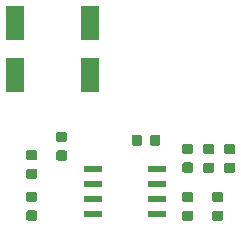
<source format=gbr>
G04 #@! TF.GenerationSoftware,KiCad,Pcbnew,5.0.0*
G04 #@! TF.CreationDate,2018-09-26T09:14:00+02:00*
G04 #@! TF.ProjectId,active_filter,6163746976655F66696C7465722E6B69,rev?*
G04 #@! TF.SameCoordinates,Original*
G04 #@! TF.FileFunction,Paste,Top*
G04 #@! TF.FilePolarity,Positive*
%FSLAX46Y46*%
G04 Gerber Fmt 4.6, Leading zero omitted, Abs format (unit mm)*
G04 Created by KiCad (PCBNEW 5.0.0) date Wed Sep 26 09:14:00 2018*
%MOMM*%
%LPD*%
G01*
G04 APERTURE LIST*
%ADD10R,1.600000X3.000000*%
%ADD11C,0.100000*%
%ADD12C,0.875000*%
%ADD13R,1.550000X0.600000*%
G04 APERTURE END LIST*
D10*
G04 #@! TO.C,C12*
X30861000Y-39919000D03*
X30861000Y-35519000D03*
G04 #@! TD*
G04 #@! TO.C,C10*
X24511000Y-39960000D03*
X24511000Y-35560000D03*
G04 #@! TD*
D11*
G04 #@! TO.C,C13*
G36*
X28725691Y-46325053D02*
X28746926Y-46328203D01*
X28767750Y-46333419D01*
X28787962Y-46340651D01*
X28807368Y-46349830D01*
X28825781Y-46360866D01*
X28843024Y-46373654D01*
X28858930Y-46388070D01*
X28873346Y-46403976D01*
X28886134Y-46421219D01*
X28897170Y-46439632D01*
X28906349Y-46459038D01*
X28913581Y-46479250D01*
X28918797Y-46500074D01*
X28921947Y-46521309D01*
X28923000Y-46542750D01*
X28923000Y-46980250D01*
X28921947Y-47001691D01*
X28918797Y-47022926D01*
X28913581Y-47043750D01*
X28906349Y-47063962D01*
X28897170Y-47083368D01*
X28886134Y-47101781D01*
X28873346Y-47119024D01*
X28858930Y-47134930D01*
X28843024Y-47149346D01*
X28825781Y-47162134D01*
X28807368Y-47173170D01*
X28787962Y-47182349D01*
X28767750Y-47189581D01*
X28746926Y-47194797D01*
X28725691Y-47197947D01*
X28704250Y-47199000D01*
X28191750Y-47199000D01*
X28170309Y-47197947D01*
X28149074Y-47194797D01*
X28128250Y-47189581D01*
X28108038Y-47182349D01*
X28088632Y-47173170D01*
X28070219Y-47162134D01*
X28052976Y-47149346D01*
X28037070Y-47134930D01*
X28022654Y-47119024D01*
X28009866Y-47101781D01*
X27998830Y-47083368D01*
X27989651Y-47063962D01*
X27982419Y-47043750D01*
X27977203Y-47022926D01*
X27974053Y-47001691D01*
X27973000Y-46980250D01*
X27973000Y-46542750D01*
X27974053Y-46521309D01*
X27977203Y-46500074D01*
X27982419Y-46479250D01*
X27989651Y-46459038D01*
X27998830Y-46439632D01*
X28009866Y-46421219D01*
X28022654Y-46403976D01*
X28037070Y-46388070D01*
X28052976Y-46373654D01*
X28070219Y-46360866D01*
X28088632Y-46349830D01*
X28108038Y-46340651D01*
X28128250Y-46333419D01*
X28149074Y-46328203D01*
X28170309Y-46325053D01*
X28191750Y-46324000D01*
X28704250Y-46324000D01*
X28725691Y-46325053D01*
X28725691Y-46325053D01*
G37*
D12*
X28448000Y-46761500D03*
D11*
G36*
X28725691Y-44750053D02*
X28746926Y-44753203D01*
X28767750Y-44758419D01*
X28787962Y-44765651D01*
X28807368Y-44774830D01*
X28825781Y-44785866D01*
X28843024Y-44798654D01*
X28858930Y-44813070D01*
X28873346Y-44828976D01*
X28886134Y-44846219D01*
X28897170Y-44864632D01*
X28906349Y-44884038D01*
X28913581Y-44904250D01*
X28918797Y-44925074D01*
X28921947Y-44946309D01*
X28923000Y-44967750D01*
X28923000Y-45405250D01*
X28921947Y-45426691D01*
X28918797Y-45447926D01*
X28913581Y-45468750D01*
X28906349Y-45488962D01*
X28897170Y-45508368D01*
X28886134Y-45526781D01*
X28873346Y-45544024D01*
X28858930Y-45559930D01*
X28843024Y-45574346D01*
X28825781Y-45587134D01*
X28807368Y-45598170D01*
X28787962Y-45607349D01*
X28767750Y-45614581D01*
X28746926Y-45619797D01*
X28725691Y-45622947D01*
X28704250Y-45624000D01*
X28191750Y-45624000D01*
X28170309Y-45622947D01*
X28149074Y-45619797D01*
X28128250Y-45614581D01*
X28108038Y-45607349D01*
X28088632Y-45598170D01*
X28070219Y-45587134D01*
X28052976Y-45574346D01*
X28037070Y-45559930D01*
X28022654Y-45544024D01*
X28009866Y-45526781D01*
X27998830Y-45508368D01*
X27989651Y-45488962D01*
X27982419Y-45468750D01*
X27977203Y-45447926D01*
X27974053Y-45426691D01*
X27973000Y-45405250D01*
X27973000Y-44967750D01*
X27974053Y-44946309D01*
X27977203Y-44925074D01*
X27982419Y-44904250D01*
X27989651Y-44884038D01*
X27998830Y-44864632D01*
X28009866Y-44846219D01*
X28022654Y-44828976D01*
X28037070Y-44813070D01*
X28052976Y-44798654D01*
X28070219Y-44785866D01*
X28088632Y-44774830D01*
X28108038Y-44765651D01*
X28128250Y-44758419D01*
X28149074Y-44753203D01*
X28170309Y-44750053D01*
X28191750Y-44749000D01*
X28704250Y-44749000D01*
X28725691Y-44750053D01*
X28725691Y-44750053D01*
G37*
D12*
X28448000Y-45186500D03*
G04 #@! TD*
D11*
G04 #@! TO.C,C11*
G36*
X35038191Y-44992053D02*
X35059426Y-44995203D01*
X35080250Y-45000419D01*
X35100462Y-45007651D01*
X35119868Y-45016830D01*
X35138281Y-45027866D01*
X35155524Y-45040654D01*
X35171430Y-45055070D01*
X35185846Y-45070976D01*
X35198634Y-45088219D01*
X35209670Y-45106632D01*
X35218849Y-45126038D01*
X35226081Y-45146250D01*
X35231297Y-45167074D01*
X35234447Y-45188309D01*
X35235500Y-45209750D01*
X35235500Y-45722250D01*
X35234447Y-45743691D01*
X35231297Y-45764926D01*
X35226081Y-45785750D01*
X35218849Y-45805962D01*
X35209670Y-45825368D01*
X35198634Y-45843781D01*
X35185846Y-45861024D01*
X35171430Y-45876930D01*
X35155524Y-45891346D01*
X35138281Y-45904134D01*
X35119868Y-45915170D01*
X35100462Y-45924349D01*
X35080250Y-45931581D01*
X35059426Y-45936797D01*
X35038191Y-45939947D01*
X35016750Y-45941000D01*
X34579250Y-45941000D01*
X34557809Y-45939947D01*
X34536574Y-45936797D01*
X34515750Y-45931581D01*
X34495538Y-45924349D01*
X34476132Y-45915170D01*
X34457719Y-45904134D01*
X34440476Y-45891346D01*
X34424570Y-45876930D01*
X34410154Y-45861024D01*
X34397366Y-45843781D01*
X34386330Y-45825368D01*
X34377151Y-45805962D01*
X34369919Y-45785750D01*
X34364703Y-45764926D01*
X34361553Y-45743691D01*
X34360500Y-45722250D01*
X34360500Y-45209750D01*
X34361553Y-45188309D01*
X34364703Y-45167074D01*
X34369919Y-45146250D01*
X34377151Y-45126038D01*
X34386330Y-45106632D01*
X34397366Y-45088219D01*
X34410154Y-45070976D01*
X34424570Y-45055070D01*
X34440476Y-45040654D01*
X34457719Y-45027866D01*
X34476132Y-45016830D01*
X34495538Y-45007651D01*
X34515750Y-45000419D01*
X34536574Y-44995203D01*
X34557809Y-44992053D01*
X34579250Y-44991000D01*
X35016750Y-44991000D01*
X35038191Y-44992053D01*
X35038191Y-44992053D01*
G37*
D12*
X34798000Y-45466000D03*
D11*
G36*
X36613191Y-44992053D02*
X36634426Y-44995203D01*
X36655250Y-45000419D01*
X36675462Y-45007651D01*
X36694868Y-45016830D01*
X36713281Y-45027866D01*
X36730524Y-45040654D01*
X36746430Y-45055070D01*
X36760846Y-45070976D01*
X36773634Y-45088219D01*
X36784670Y-45106632D01*
X36793849Y-45126038D01*
X36801081Y-45146250D01*
X36806297Y-45167074D01*
X36809447Y-45188309D01*
X36810500Y-45209750D01*
X36810500Y-45722250D01*
X36809447Y-45743691D01*
X36806297Y-45764926D01*
X36801081Y-45785750D01*
X36793849Y-45805962D01*
X36784670Y-45825368D01*
X36773634Y-45843781D01*
X36760846Y-45861024D01*
X36746430Y-45876930D01*
X36730524Y-45891346D01*
X36713281Y-45904134D01*
X36694868Y-45915170D01*
X36675462Y-45924349D01*
X36655250Y-45931581D01*
X36634426Y-45936797D01*
X36613191Y-45939947D01*
X36591750Y-45941000D01*
X36154250Y-45941000D01*
X36132809Y-45939947D01*
X36111574Y-45936797D01*
X36090750Y-45931581D01*
X36070538Y-45924349D01*
X36051132Y-45915170D01*
X36032719Y-45904134D01*
X36015476Y-45891346D01*
X35999570Y-45876930D01*
X35985154Y-45861024D01*
X35972366Y-45843781D01*
X35961330Y-45825368D01*
X35952151Y-45805962D01*
X35944919Y-45785750D01*
X35939703Y-45764926D01*
X35936553Y-45743691D01*
X35935500Y-45722250D01*
X35935500Y-45209750D01*
X35936553Y-45188309D01*
X35939703Y-45167074D01*
X35944919Y-45146250D01*
X35952151Y-45126038D01*
X35961330Y-45106632D01*
X35972366Y-45088219D01*
X35985154Y-45070976D01*
X35999570Y-45055070D01*
X36015476Y-45040654D01*
X36032719Y-45027866D01*
X36051132Y-45016830D01*
X36070538Y-45007651D01*
X36090750Y-45000419D01*
X36111574Y-44995203D01*
X36132809Y-44992053D01*
X36154250Y-44991000D01*
X36591750Y-44991000D01*
X36613191Y-44992053D01*
X36613191Y-44992053D01*
G37*
D12*
X36373000Y-45466000D03*
G04 #@! TD*
D11*
G04 #@! TO.C,C2*
G36*
X39393691Y-49855553D02*
X39414926Y-49858703D01*
X39435750Y-49863919D01*
X39455962Y-49871151D01*
X39475368Y-49880330D01*
X39493781Y-49891366D01*
X39511024Y-49904154D01*
X39526930Y-49918570D01*
X39541346Y-49934476D01*
X39554134Y-49951719D01*
X39565170Y-49970132D01*
X39574349Y-49989538D01*
X39581581Y-50009750D01*
X39586797Y-50030574D01*
X39589947Y-50051809D01*
X39591000Y-50073250D01*
X39591000Y-50510750D01*
X39589947Y-50532191D01*
X39586797Y-50553426D01*
X39581581Y-50574250D01*
X39574349Y-50594462D01*
X39565170Y-50613868D01*
X39554134Y-50632281D01*
X39541346Y-50649524D01*
X39526930Y-50665430D01*
X39511024Y-50679846D01*
X39493781Y-50692634D01*
X39475368Y-50703670D01*
X39455962Y-50712849D01*
X39435750Y-50720081D01*
X39414926Y-50725297D01*
X39393691Y-50728447D01*
X39372250Y-50729500D01*
X38859750Y-50729500D01*
X38838309Y-50728447D01*
X38817074Y-50725297D01*
X38796250Y-50720081D01*
X38776038Y-50712849D01*
X38756632Y-50703670D01*
X38738219Y-50692634D01*
X38720976Y-50679846D01*
X38705070Y-50665430D01*
X38690654Y-50649524D01*
X38677866Y-50632281D01*
X38666830Y-50613868D01*
X38657651Y-50594462D01*
X38650419Y-50574250D01*
X38645203Y-50553426D01*
X38642053Y-50532191D01*
X38641000Y-50510750D01*
X38641000Y-50073250D01*
X38642053Y-50051809D01*
X38645203Y-50030574D01*
X38650419Y-50009750D01*
X38657651Y-49989538D01*
X38666830Y-49970132D01*
X38677866Y-49951719D01*
X38690654Y-49934476D01*
X38705070Y-49918570D01*
X38720976Y-49904154D01*
X38738219Y-49891366D01*
X38756632Y-49880330D01*
X38776038Y-49871151D01*
X38796250Y-49863919D01*
X38817074Y-49858703D01*
X38838309Y-49855553D01*
X38859750Y-49854500D01*
X39372250Y-49854500D01*
X39393691Y-49855553D01*
X39393691Y-49855553D01*
G37*
D12*
X39116000Y-50292000D03*
D11*
G36*
X39393691Y-51430553D02*
X39414926Y-51433703D01*
X39435750Y-51438919D01*
X39455962Y-51446151D01*
X39475368Y-51455330D01*
X39493781Y-51466366D01*
X39511024Y-51479154D01*
X39526930Y-51493570D01*
X39541346Y-51509476D01*
X39554134Y-51526719D01*
X39565170Y-51545132D01*
X39574349Y-51564538D01*
X39581581Y-51584750D01*
X39586797Y-51605574D01*
X39589947Y-51626809D01*
X39591000Y-51648250D01*
X39591000Y-52085750D01*
X39589947Y-52107191D01*
X39586797Y-52128426D01*
X39581581Y-52149250D01*
X39574349Y-52169462D01*
X39565170Y-52188868D01*
X39554134Y-52207281D01*
X39541346Y-52224524D01*
X39526930Y-52240430D01*
X39511024Y-52254846D01*
X39493781Y-52267634D01*
X39475368Y-52278670D01*
X39455962Y-52287849D01*
X39435750Y-52295081D01*
X39414926Y-52300297D01*
X39393691Y-52303447D01*
X39372250Y-52304500D01*
X38859750Y-52304500D01*
X38838309Y-52303447D01*
X38817074Y-52300297D01*
X38796250Y-52295081D01*
X38776038Y-52287849D01*
X38756632Y-52278670D01*
X38738219Y-52267634D01*
X38720976Y-52254846D01*
X38705070Y-52240430D01*
X38690654Y-52224524D01*
X38677866Y-52207281D01*
X38666830Y-52188868D01*
X38657651Y-52169462D01*
X38650419Y-52149250D01*
X38645203Y-52128426D01*
X38642053Y-52107191D01*
X38641000Y-52085750D01*
X38641000Y-51648250D01*
X38642053Y-51626809D01*
X38645203Y-51605574D01*
X38650419Y-51584750D01*
X38657651Y-51564538D01*
X38666830Y-51545132D01*
X38677866Y-51526719D01*
X38690654Y-51509476D01*
X38705070Y-51493570D01*
X38720976Y-51479154D01*
X38738219Y-51466366D01*
X38756632Y-51455330D01*
X38776038Y-51446151D01*
X38796250Y-51438919D01*
X38817074Y-51433703D01*
X38838309Y-51430553D01*
X38859750Y-51429500D01*
X39372250Y-51429500D01*
X39393691Y-51430553D01*
X39393691Y-51430553D01*
G37*
D12*
X39116000Y-51867000D03*
G04 #@! TD*
D11*
G04 #@! TO.C,C1*
G36*
X39393691Y-45766053D02*
X39414926Y-45769203D01*
X39435750Y-45774419D01*
X39455962Y-45781651D01*
X39475368Y-45790830D01*
X39493781Y-45801866D01*
X39511024Y-45814654D01*
X39526930Y-45829070D01*
X39541346Y-45844976D01*
X39554134Y-45862219D01*
X39565170Y-45880632D01*
X39574349Y-45900038D01*
X39581581Y-45920250D01*
X39586797Y-45941074D01*
X39589947Y-45962309D01*
X39591000Y-45983750D01*
X39591000Y-46421250D01*
X39589947Y-46442691D01*
X39586797Y-46463926D01*
X39581581Y-46484750D01*
X39574349Y-46504962D01*
X39565170Y-46524368D01*
X39554134Y-46542781D01*
X39541346Y-46560024D01*
X39526930Y-46575930D01*
X39511024Y-46590346D01*
X39493781Y-46603134D01*
X39475368Y-46614170D01*
X39455962Y-46623349D01*
X39435750Y-46630581D01*
X39414926Y-46635797D01*
X39393691Y-46638947D01*
X39372250Y-46640000D01*
X38859750Y-46640000D01*
X38838309Y-46638947D01*
X38817074Y-46635797D01*
X38796250Y-46630581D01*
X38776038Y-46623349D01*
X38756632Y-46614170D01*
X38738219Y-46603134D01*
X38720976Y-46590346D01*
X38705070Y-46575930D01*
X38690654Y-46560024D01*
X38677866Y-46542781D01*
X38666830Y-46524368D01*
X38657651Y-46504962D01*
X38650419Y-46484750D01*
X38645203Y-46463926D01*
X38642053Y-46442691D01*
X38641000Y-46421250D01*
X38641000Y-45983750D01*
X38642053Y-45962309D01*
X38645203Y-45941074D01*
X38650419Y-45920250D01*
X38657651Y-45900038D01*
X38666830Y-45880632D01*
X38677866Y-45862219D01*
X38690654Y-45844976D01*
X38705070Y-45829070D01*
X38720976Y-45814654D01*
X38738219Y-45801866D01*
X38756632Y-45790830D01*
X38776038Y-45781651D01*
X38796250Y-45774419D01*
X38817074Y-45769203D01*
X38838309Y-45766053D01*
X38859750Y-45765000D01*
X39372250Y-45765000D01*
X39393691Y-45766053D01*
X39393691Y-45766053D01*
G37*
D12*
X39116000Y-46202500D03*
D11*
G36*
X39393691Y-47341053D02*
X39414926Y-47344203D01*
X39435750Y-47349419D01*
X39455962Y-47356651D01*
X39475368Y-47365830D01*
X39493781Y-47376866D01*
X39511024Y-47389654D01*
X39526930Y-47404070D01*
X39541346Y-47419976D01*
X39554134Y-47437219D01*
X39565170Y-47455632D01*
X39574349Y-47475038D01*
X39581581Y-47495250D01*
X39586797Y-47516074D01*
X39589947Y-47537309D01*
X39591000Y-47558750D01*
X39591000Y-47996250D01*
X39589947Y-48017691D01*
X39586797Y-48038926D01*
X39581581Y-48059750D01*
X39574349Y-48079962D01*
X39565170Y-48099368D01*
X39554134Y-48117781D01*
X39541346Y-48135024D01*
X39526930Y-48150930D01*
X39511024Y-48165346D01*
X39493781Y-48178134D01*
X39475368Y-48189170D01*
X39455962Y-48198349D01*
X39435750Y-48205581D01*
X39414926Y-48210797D01*
X39393691Y-48213947D01*
X39372250Y-48215000D01*
X38859750Y-48215000D01*
X38838309Y-48213947D01*
X38817074Y-48210797D01*
X38796250Y-48205581D01*
X38776038Y-48198349D01*
X38756632Y-48189170D01*
X38738219Y-48178134D01*
X38720976Y-48165346D01*
X38705070Y-48150930D01*
X38690654Y-48135024D01*
X38677866Y-48117781D01*
X38666830Y-48099368D01*
X38657651Y-48079962D01*
X38650419Y-48059750D01*
X38645203Y-48038926D01*
X38642053Y-48017691D01*
X38641000Y-47996250D01*
X38641000Y-47558750D01*
X38642053Y-47537309D01*
X38645203Y-47516074D01*
X38650419Y-47495250D01*
X38657651Y-47475038D01*
X38666830Y-47455632D01*
X38677866Y-47437219D01*
X38690654Y-47419976D01*
X38705070Y-47404070D01*
X38720976Y-47389654D01*
X38738219Y-47376866D01*
X38756632Y-47365830D01*
X38776038Y-47356651D01*
X38796250Y-47349419D01*
X38817074Y-47344203D01*
X38838309Y-47341053D01*
X38859750Y-47340000D01*
X39372250Y-47340000D01*
X39393691Y-47341053D01*
X39393691Y-47341053D01*
G37*
D12*
X39116000Y-47777500D03*
G04 #@! TD*
D11*
G04 #@! TO.C,R6*
G36*
X26185691Y-51405053D02*
X26206926Y-51408203D01*
X26227750Y-51413419D01*
X26247962Y-51420651D01*
X26267368Y-51429830D01*
X26285781Y-51440866D01*
X26303024Y-51453654D01*
X26318930Y-51468070D01*
X26333346Y-51483976D01*
X26346134Y-51501219D01*
X26357170Y-51519632D01*
X26366349Y-51539038D01*
X26373581Y-51559250D01*
X26378797Y-51580074D01*
X26381947Y-51601309D01*
X26383000Y-51622750D01*
X26383000Y-52060250D01*
X26381947Y-52081691D01*
X26378797Y-52102926D01*
X26373581Y-52123750D01*
X26366349Y-52143962D01*
X26357170Y-52163368D01*
X26346134Y-52181781D01*
X26333346Y-52199024D01*
X26318930Y-52214930D01*
X26303024Y-52229346D01*
X26285781Y-52242134D01*
X26267368Y-52253170D01*
X26247962Y-52262349D01*
X26227750Y-52269581D01*
X26206926Y-52274797D01*
X26185691Y-52277947D01*
X26164250Y-52279000D01*
X25651750Y-52279000D01*
X25630309Y-52277947D01*
X25609074Y-52274797D01*
X25588250Y-52269581D01*
X25568038Y-52262349D01*
X25548632Y-52253170D01*
X25530219Y-52242134D01*
X25512976Y-52229346D01*
X25497070Y-52214930D01*
X25482654Y-52199024D01*
X25469866Y-52181781D01*
X25458830Y-52163368D01*
X25449651Y-52143962D01*
X25442419Y-52123750D01*
X25437203Y-52102926D01*
X25434053Y-52081691D01*
X25433000Y-52060250D01*
X25433000Y-51622750D01*
X25434053Y-51601309D01*
X25437203Y-51580074D01*
X25442419Y-51559250D01*
X25449651Y-51539038D01*
X25458830Y-51519632D01*
X25469866Y-51501219D01*
X25482654Y-51483976D01*
X25497070Y-51468070D01*
X25512976Y-51453654D01*
X25530219Y-51440866D01*
X25548632Y-51429830D01*
X25568038Y-51420651D01*
X25588250Y-51413419D01*
X25609074Y-51408203D01*
X25630309Y-51405053D01*
X25651750Y-51404000D01*
X26164250Y-51404000D01*
X26185691Y-51405053D01*
X26185691Y-51405053D01*
G37*
D12*
X25908000Y-51841500D03*
D11*
G36*
X26185691Y-49830053D02*
X26206926Y-49833203D01*
X26227750Y-49838419D01*
X26247962Y-49845651D01*
X26267368Y-49854830D01*
X26285781Y-49865866D01*
X26303024Y-49878654D01*
X26318930Y-49893070D01*
X26333346Y-49908976D01*
X26346134Y-49926219D01*
X26357170Y-49944632D01*
X26366349Y-49964038D01*
X26373581Y-49984250D01*
X26378797Y-50005074D01*
X26381947Y-50026309D01*
X26383000Y-50047750D01*
X26383000Y-50485250D01*
X26381947Y-50506691D01*
X26378797Y-50527926D01*
X26373581Y-50548750D01*
X26366349Y-50568962D01*
X26357170Y-50588368D01*
X26346134Y-50606781D01*
X26333346Y-50624024D01*
X26318930Y-50639930D01*
X26303024Y-50654346D01*
X26285781Y-50667134D01*
X26267368Y-50678170D01*
X26247962Y-50687349D01*
X26227750Y-50694581D01*
X26206926Y-50699797D01*
X26185691Y-50702947D01*
X26164250Y-50704000D01*
X25651750Y-50704000D01*
X25630309Y-50702947D01*
X25609074Y-50699797D01*
X25588250Y-50694581D01*
X25568038Y-50687349D01*
X25548632Y-50678170D01*
X25530219Y-50667134D01*
X25512976Y-50654346D01*
X25497070Y-50639930D01*
X25482654Y-50624024D01*
X25469866Y-50606781D01*
X25458830Y-50588368D01*
X25449651Y-50568962D01*
X25442419Y-50548750D01*
X25437203Y-50527926D01*
X25434053Y-50506691D01*
X25433000Y-50485250D01*
X25433000Y-50047750D01*
X25434053Y-50026309D01*
X25437203Y-50005074D01*
X25442419Y-49984250D01*
X25449651Y-49964038D01*
X25458830Y-49944632D01*
X25469866Y-49926219D01*
X25482654Y-49908976D01*
X25497070Y-49893070D01*
X25512976Y-49878654D01*
X25530219Y-49865866D01*
X25548632Y-49854830D01*
X25568038Y-49845651D01*
X25588250Y-49838419D01*
X25609074Y-49833203D01*
X25630309Y-49830053D01*
X25651750Y-49829000D01*
X26164250Y-49829000D01*
X26185691Y-49830053D01*
X26185691Y-49830053D01*
G37*
D12*
X25908000Y-50266500D03*
G04 #@! TD*
D11*
G04 #@! TO.C,R5*
G36*
X26185691Y-46299553D02*
X26206926Y-46302703D01*
X26227750Y-46307919D01*
X26247962Y-46315151D01*
X26267368Y-46324330D01*
X26285781Y-46335366D01*
X26303024Y-46348154D01*
X26318930Y-46362570D01*
X26333346Y-46378476D01*
X26346134Y-46395719D01*
X26357170Y-46414132D01*
X26366349Y-46433538D01*
X26373581Y-46453750D01*
X26378797Y-46474574D01*
X26381947Y-46495809D01*
X26383000Y-46517250D01*
X26383000Y-46954750D01*
X26381947Y-46976191D01*
X26378797Y-46997426D01*
X26373581Y-47018250D01*
X26366349Y-47038462D01*
X26357170Y-47057868D01*
X26346134Y-47076281D01*
X26333346Y-47093524D01*
X26318930Y-47109430D01*
X26303024Y-47123846D01*
X26285781Y-47136634D01*
X26267368Y-47147670D01*
X26247962Y-47156849D01*
X26227750Y-47164081D01*
X26206926Y-47169297D01*
X26185691Y-47172447D01*
X26164250Y-47173500D01*
X25651750Y-47173500D01*
X25630309Y-47172447D01*
X25609074Y-47169297D01*
X25588250Y-47164081D01*
X25568038Y-47156849D01*
X25548632Y-47147670D01*
X25530219Y-47136634D01*
X25512976Y-47123846D01*
X25497070Y-47109430D01*
X25482654Y-47093524D01*
X25469866Y-47076281D01*
X25458830Y-47057868D01*
X25449651Y-47038462D01*
X25442419Y-47018250D01*
X25437203Y-46997426D01*
X25434053Y-46976191D01*
X25433000Y-46954750D01*
X25433000Y-46517250D01*
X25434053Y-46495809D01*
X25437203Y-46474574D01*
X25442419Y-46453750D01*
X25449651Y-46433538D01*
X25458830Y-46414132D01*
X25469866Y-46395719D01*
X25482654Y-46378476D01*
X25497070Y-46362570D01*
X25512976Y-46348154D01*
X25530219Y-46335366D01*
X25548632Y-46324330D01*
X25568038Y-46315151D01*
X25588250Y-46307919D01*
X25609074Y-46302703D01*
X25630309Y-46299553D01*
X25651750Y-46298500D01*
X26164250Y-46298500D01*
X26185691Y-46299553D01*
X26185691Y-46299553D01*
G37*
D12*
X25908000Y-46736000D03*
D11*
G36*
X26185691Y-47874553D02*
X26206926Y-47877703D01*
X26227750Y-47882919D01*
X26247962Y-47890151D01*
X26267368Y-47899330D01*
X26285781Y-47910366D01*
X26303024Y-47923154D01*
X26318930Y-47937570D01*
X26333346Y-47953476D01*
X26346134Y-47970719D01*
X26357170Y-47989132D01*
X26366349Y-48008538D01*
X26373581Y-48028750D01*
X26378797Y-48049574D01*
X26381947Y-48070809D01*
X26383000Y-48092250D01*
X26383000Y-48529750D01*
X26381947Y-48551191D01*
X26378797Y-48572426D01*
X26373581Y-48593250D01*
X26366349Y-48613462D01*
X26357170Y-48632868D01*
X26346134Y-48651281D01*
X26333346Y-48668524D01*
X26318930Y-48684430D01*
X26303024Y-48698846D01*
X26285781Y-48711634D01*
X26267368Y-48722670D01*
X26247962Y-48731849D01*
X26227750Y-48739081D01*
X26206926Y-48744297D01*
X26185691Y-48747447D01*
X26164250Y-48748500D01*
X25651750Y-48748500D01*
X25630309Y-48747447D01*
X25609074Y-48744297D01*
X25588250Y-48739081D01*
X25568038Y-48731849D01*
X25548632Y-48722670D01*
X25530219Y-48711634D01*
X25512976Y-48698846D01*
X25497070Y-48684430D01*
X25482654Y-48668524D01*
X25469866Y-48651281D01*
X25458830Y-48632868D01*
X25449651Y-48613462D01*
X25442419Y-48593250D01*
X25437203Y-48572426D01*
X25434053Y-48551191D01*
X25433000Y-48529750D01*
X25433000Y-48092250D01*
X25434053Y-48070809D01*
X25437203Y-48049574D01*
X25442419Y-48028750D01*
X25449651Y-48008538D01*
X25458830Y-47989132D01*
X25469866Y-47970719D01*
X25482654Y-47953476D01*
X25497070Y-47937570D01*
X25512976Y-47923154D01*
X25530219Y-47910366D01*
X25548632Y-47899330D01*
X25568038Y-47890151D01*
X25588250Y-47882919D01*
X25609074Y-47877703D01*
X25630309Y-47874553D01*
X25651750Y-47873500D01*
X26164250Y-47873500D01*
X26185691Y-47874553D01*
X26185691Y-47874553D01*
G37*
D12*
X25908000Y-48311000D03*
G04 #@! TD*
D11*
G04 #@! TO.C,R3*
G36*
X41933691Y-51430553D02*
X41954926Y-51433703D01*
X41975750Y-51438919D01*
X41995962Y-51446151D01*
X42015368Y-51455330D01*
X42033781Y-51466366D01*
X42051024Y-51479154D01*
X42066930Y-51493570D01*
X42081346Y-51509476D01*
X42094134Y-51526719D01*
X42105170Y-51545132D01*
X42114349Y-51564538D01*
X42121581Y-51584750D01*
X42126797Y-51605574D01*
X42129947Y-51626809D01*
X42131000Y-51648250D01*
X42131000Y-52085750D01*
X42129947Y-52107191D01*
X42126797Y-52128426D01*
X42121581Y-52149250D01*
X42114349Y-52169462D01*
X42105170Y-52188868D01*
X42094134Y-52207281D01*
X42081346Y-52224524D01*
X42066930Y-52240430D01*
X42051024Y-52254846D01*
X42033781Y-52267634D01*
X42015368Y-52278670D01*
X41995962Y-52287849D01*
X41975750Y-52295081D01*
X41954926Y-52300297D01*
X41933691Y-52303447D01*
X41912250Y-52304500D01*
X41399750Y-52304500D01*
X41378309Y-52303447D01*
X41357074Y-52300297D01*
X41336250Y-52295081D01*
X41316038Y-52287849D01*
X41296632Y-52278670D01*
X41278219Y-52267634D01*
X41260976Y-52254846D01*
X41245070Y-52240430D01*
X41230654Y-52224524D01*
X41217866Y-52207281D01*
X41206830Y-52188868D01*
X41197651Y-52169462D01*
X41190419Y-52149250D01*
X41185203Y-52128426D01*
X41182053Y-52107191D01*
X41181000Y-52085750D01*
X41181000Y-51648250D01*
X41182053Y-51626809D01*
X41185203Y-51605574D01*
X41190419Y-51584750D01*
X41197651Y-51564538D01*
X41206830Y-51545132D01*
X41217866Y-51526719D01*
X41230654Y-51509476D01*
X41245070Y-51493570D01*
X41260976Y-51479154D01*
X41278219Y-51466366D01*
X41296632Y-51455330D01*
X41316038Y-51446151D01*
X41336250Y-51438919D01*
X41357074Y-51433703D01*
X41378309Y-51430553D01*
X41399750Y-51429500D01*
X41912250Y-51429500D01*
X41933691Y-51430553D01*
X41933691Y-51430553D01*
G37*
D12*
X41656000Y-51867000D03*
D11*
G36*
X41933691Y-49855553D02*
X41954926Y-49858703D01*
X41975750Y-49863919D01*
X41995962Y-49871151D01*
X42015368Y-49880330D01*
X42033781Y-49891366D01*
X42051024Y-49904154D01*
X42066930Y-49918570D01*
X42081346Y-49934476D01*
X42094134Y-49951719D01*
X42105170Y-49970132D01*
X42114349Y-49989538D01*
X42121581Y-50009750D01*
X42126797Y-50030574D01*
X42129947Y-50051809D01*
X42131000Y-50073250D01*
X42131000Y-50510750D01*
X42129947Y-50532191D01*
X42126797Y-50553426D01*
X42121581Y-50574250D01*
X42114349Y-50594462D01*
X42105170Y-50613868D01*
X42094134Y-50632281D01*
X42081346Y-50649524D01*
X42066930Y-50665430D01*
X42051024Y-50679846D01*
X42033781Y-50692634D01*
X42015368Y-50703670D01*
X41995962Y-50712849D01*
X41975750Y-50720081D01*
X41954926Y-50725297D01*
X41933691Y-50728447D01*
X41912250Y-50729500D01*
X41399750Y-50729500D01*
X41378309Y-50728447D01*
X41357074Y-50725297D01*
X41336250Y-50720081D01*
X41316038Y-50712849D01*
X41296632Y-50703670D01*
X41278219Y-50692634D01*
X41260976Y-50679846D01*
X41245070Y-50665430D01*
X41230654Y-50649524D01*
X41217866Y-50632281D01*
X41206830Y-50613868D01*
X41197651Y-50594462D01*
X41190419Y-50574250D01*
X41185203Y-50553426D01*
X41182053Y-50532191D01*
X41181000Y-50510750D01*
X41181000Y-50073250D01*
X41182053Y-50051809D01*
X41185203Y-50030574D01*
X41190419Y-50009750D01*
X41197651Y-49989538D01*
X41206830Y-49970132D01*
X41217866Y-49951719D01*
X41230654Y-49934476D01*
X41245070Y-49918570D01*
X41260976Y-49904154D01*
X41278219Y-49891366D01*
X41296632Y-49880330D01*
X41316038Y-49871151D01*
X41336250Y-49863919D01*
X41357074Y-49858703D01*
X41378309Y-49855553D01*
X41399750Y-49854500D01*
X41912250Y-49854500D01*
X41933691Y-49855553D01*
X41933691Y-49855553D01*
G37*
D12*
X41656000Y-50292000D03*
G04 #@! TD*
D11*
G04 #@! TO.C,R2*
G36*
X41171691Y-45791553D02*
X41192926Y-45794703D01*
X41213750Y-45799919D01*
X41233962Y-45807151D01*
X41253368Y-45816330D01*
X41271781Y-45827366D01*
X41289024Y-45840154D01*
X41304930Y-45854570D01*
X41319346Y-45870476D01*
X41332134Y-45887719D01*
X41343170Y-45906132D01*
X41352349Y-45925538D01*
X41359581Y-45945750D01*
X41364797Y-45966574D01*
X41367947Y-45987809D01*
X41369000Y-46009250D01*
X41369000Y-46446750D01*
X41367947Y-46468191D01*
X41364797Y-46489426D01*
X41359581Y-46510250D01*
X41352349Y-46530462D01*
X41343170Y-46549868D01*
X41332134Y-46568281D01*
X41319346Y-46585524D01*
X41304930Y-46601430D01*
X41289024Y-46615846D01*
X41271781Y-46628634D01*
X41253368Y-46639670D01*
X41233962Y-46648849D01*
X41213750Y-46656081D01*
X41192926Y-46661297D01*
X41171691Y-46664447D01*
X41150250Y-46665500D01*
X40637750Y-46665500D01*
X40616309Y-46664447D01*
X40595074Y-46661297D01*
X40574250Y-46656081D01*
X40554038Y-46648849D01*
X40534632Y-46639670D01*
X40516219Y-46628634D01*
X40498976Y-46615846D01*
X40483070Y-46601430D01*
X40468654Y-46585524D01*
X40455866Y-46568281D01*
X40444830Y-46549868D01*
X40435651Y-46530462D01*
X40428419Y-46510250D01*
X40423203Y-46489426D01*
X40420053Y-46468191D01*
X40419000Y-46446750D01*
X40419000Y-46009250D01*
X40420053Y-45987809D01*
X40423203Y-45966574D01*
X40428419Y-45945750D01*
X40435651Y-45925538D01*
X40444830Y-45906132D01*
X40455866Y-45887719D01*
X40468654Y-45870476D01*
X40483070Y-45854570D01*
X40498976Y-45840154D01*
X40516219Y-45827366D01*
X40534632Y-45816330D01*
X40554038Y-45807151D01*
X40574250Y-45799919D01*
X40595074Y-45794703D01*
X40616309Y-45791553D01*
X40637750Y-45790500D01*
X41150250Y-45790500D01*
X41171691Y-45791553D01*
X41171691Y-45791553D01*
G37*
D12*
X40894000Y-46228000D03*
D11*
G36*
X41171691Y-47366553D02*
X41192926Y-47369703D01*
X41213750Y-47374919D01*
X41233962Y-47382151D01*
X41253368Y-47391330D01*
X41271781Y-47402366D01*
X41289024Y-47415154D01*
X41304930Y-47429570D01*
X41319346Y-47445476D01*
X41332134Y-47462719D01*
X41343170Y-47481132D01*
X41352349Y-47500538D01*
X41359581Y-47520750D01*
X41364797Y-47541574D01*
X41367947Y-47562809D01*
X41369000Y-47584250D01*
X41369000Y-48021750D01*
X41367947Y-48043191D01*
X41364797Y-48064426D01*
X41359581Y-48085250D01*
X41352349Y-48105462D01*
X41343170Y-48124868D01*
X41332134Y-48143281D01*
X41319346Y-48160524D01*
X41304930Y-48176430D01*
X41289024Y-48190846D01*
X41271781Y-48203634D01*
X41253368Y-48214670D01*
X41233962Y-48223849D01*
X41213750Y-48231081D01*
X41192926Y-48236297D01*
X41171691Y-48239447D01*
X41150250Y-48240500D01*
X40637750Y-48240500D01*
X40616309Y-48239447D01*
X40595074Y-48236297D01*
X40574250Y-48231081D01*
X40554038Y-48223849D01*
X40534632Y-48214670D01*
X40516219Y-48203634D01*
X40498976Y-48190846D01*
X40483070Y-48176430D01*
X40468654Y-48160524D01*
X40455866Y-48143281D01*
X40444830Y-48124868D01*
X40435651Y-48105462D01*
X40428419Y-48085250D01*
X40423203Y-48064426D01*
X40420053Y-48043191D01*
X40419000Y-48021750D01*
X40419000Y-47584250D01*
X40420053Y-47562809D01*
X40423203Y-47541574D01*
X40428419Y-47520750D01*
X40435651Y-47500538D01*
X40444830Y-47481132D01*
X40455866Y-47462719D01*
X40468654Y-47445476D01*
X40483070Y-47429570D01*
X40498976Y-47415154D01*
X40516219Y-47402366D01*
X40534632Y-47391330D01*
X40554038Y-47382151D01*
X40574250Y-47374919D01*
X40595074Y-47369703D01*
X40616309Y-47366553D01*
X40637750Y-47365500D01*
X41150250Y-47365500D01*
X41171691Y-47366553D01*
X41171691Y-47366553D01*
G37*
D12*
X40894000Y-47803000D03*
G04 #@! TD*
D11*
G04 #@! TO.C,R1*
G36*
X42949691Y-45791553D02*
X42970926Y-45794703D01*
X42991750Y-45799919D01*
X43011962Y-45807151D01*
X43031368Y-45816330D01*
X43049781Y-45827366D01*
X43067024Y-45840154D01*
X43082930Y-45854570D01*
X43097346Y-45870476D01*
X43110134Y-45887719D01*
X43121170Y-45906132D01*
X43130349Y-45925538D01*
X43137581Y-45945750D01*
X43142797Y-45966574D01*
X43145947Y-45987809D01*
X43147000Y-46009250D01*
X43147000Y-46446750D01*
X43145947Y-46468191D01*
X43142797Y-46489426D01*
X43137581Y-46510250D01*
X43130349Y-46530462D01*
X43121170Y-46549868D01*
X43110134Y-46568281D01*
X43097346Y-46585524D01*
X43082930Y-46601430D01*
X43067024Y-46615846D01*
X43049781Y-46628634D01*
X43031368Y-46639670D01*
X43011962Y-46648849D01*
X42991750Y-46656081D01*
X42970926Y-46661297D01*
X42949691Y-46664447D01*
X42928250Y-46665500D01*
X42415750Y-46665500D01*
X42394309Y-46664447D01*
X42373074Y-46661297D01*
X42352250Y-46656081D01*
X42332038Y-46648849D01*
X42312632Y-46639670D01*
X42294219Y-46628634D01*
X42276976Y-46615846D01*
X42261070Y-46601430D01*
X42246654Y-46585524D01*
X42233866Y-46568281D01*
X42222830Y-46549868D01*
X42213651Y-46530462D01*
X42206419Y-46510250D01*
X42201203Y-46489426D01*
X42198053Y-46468191D01*
X42197000Y-46446750D01*
X42197000Y-46009250D01*
X42198053Y-45987809D01*
X42201203Y-45966574D01*
X42206419Y-45945750D01*
X42213651Y-45925538D01*
X42222830Y-45906132D01*
X42233866Y-45887719D01*
X42246654Y-45870476D01*
X42261070Y-45854570D01*
X42276976Y-45840154D01*
X42294219Y-45827366D01*
X42312632Y-45816330D01*
X42332038Y-45807151D01*
X42352250Y-45799919D01*
X42373074Y-45794703D01*
X42394309Y-45791553D01*
X42415750Y-45790500D01*
X42928250Y-45790500D01*
X42949691Y-45791553D01*
X42949691Y-45791553D01*
G37*
D12*
X42672000Y-46228000D03*
D11*
G36*
X42949691Y-47366553D02*
X42970926Y-47369703D01*
X42991750Y-47374919D01*
X43011962Y-47382151D01*
X43031368Y-47391330D01*
X43049781Y-47402366D01*
X43067024Y-47415154D01*
X43082930Y-47429570D01*
X43097346Y-47445476D01*
X43110134Y-47462719D01*
X43121170Y-47481132D01*
X43130349Y-47500538D01*
X43137581Y-47520750D01*
X43142797Y-47541574D01*
X43145947Y-47562809D01*
X43147000Y-47584250D01*
X43147000Y-48021750D01*
X43145947Y-48043191D01*
X43142797Y-48064426D01*
X43137581Y-48085250D01*
X43130349Y-48105462D01*
X43121170Y-48124868D01*
X43110134Y-48143281D01*
X43097346Y-48160524D01*
X43082930Y-48176430D01*
X43067024Y-48190846D01*
X43049781Y-48203634D01*
X43031368Y-48214670D01*
X43011962Y-48223849D01*
X42991750Y-48231081D01*
X42970926Y-48236297D01*
X42949691Y-48239447D01*
X42928250Y-48240500D01*
X42415750Y-48240500D01*
X42394309Y-48239447D01*
X42373074Y-48236297D01*
X42352250Y-48231081D01*
X42332038Y-48223849D01*
X42312632Y-48214670D01*
X42294219Y-48203634D01*
X42276976Y-48190846D01*
X42261070Y-48176430D01*
X42246654Y-48160524D01*
X42233866Y-48143281D01*
X42222830Y-48124868D01*
X42213651Y-48105462D01*
X42206419Y-48085250D01*
X42201203Y-48064426D01*
X42198053Y-48043191D01*
X42197000Y-48021750D01*
X42197000Y-47584250D01*
X42198053Y-47562809D01*
X42201203Y-47541574D01*
X42206419Y-47520750D01*
X42213651Y-47500538D01*
X42222830Y-47481132D01*
X42233866Y-47462719D01*
X42246654Y-47445476D01*
X42261070Y-47429570D01*
X42276976Y-47415154D01*
X42294219Y-47402366D01*
X42312632Y-47391330D01*
X42332038Y-47382151D01*
X42352250Y-47374919D01*
X42373074Y-47369703D01*
X42394309Y-47366553D01*
X42415750Y-47365500D01*
X42928250Y-47365500D01*
X42949691Y-47366553D01*
X42949691Y-47366553D01*
G37*
D12*
X42672000Y-47803000D03*
G04 #@! TD*
D13*
G04 #@! TO.C,U1*
X36482000Y-47879000D03*
X36482000Y-49149000D03*
X36482000Y-50419000D03*
X36482000Y-51689000D03*
X31082000Y-51689000D03*
X31082000Y-50419000D03*
X31082000Y-49149000D03*
X31082000Y-47879000D03*
G04 #@! TD*
M02*

</source>
